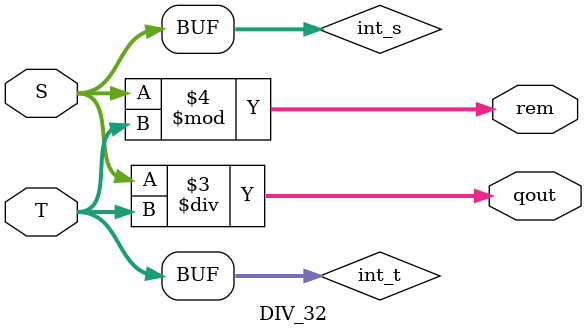
<source format=v>
`timescale 1ns / 1ps
/****************************** C E C S  4 4 0 ******************************
 * 
 * File Name:  DIV_32.v
 * Project:    Lab_Assignment_1
 * Designer:   Chanartip Soonthornwan
 * Email:      Chanartip.Soonthornwan@gmail.com
 * Rev. No.:   Version 1.0
 * Rev. Date:  Current Rev. Date 9/3/2017
 *
 * Purpose:    Divide two 32-bit inputs and return remainder and qoutian
 *         
 * Notes:      Two inputs are needed to be casted as integers.
 *             division is qoutationg, or p reslt.
 *             modulus has
 *
 ****************************************************************************/
module DIV_32(S, T, rem, qout);
 
   input      [31:0]      S, T;     // 32-bit inputs
   output reg [31:0] rem, qout;     // Remainder and Qoutian outputs
   
   integer int_s, int_t;            // Integer of each inputs
   
   // Parse S and T into integers
   always@(*) begin
      int_s <= S;
      int_t <= T;
   end
   
   // Divide the two integers
   always@(*) begin
         qout = int_s / int_t;      // Quotient
         rem  = int_s % int_t;      // Remainder      
   end                           

endmodule

</source>
